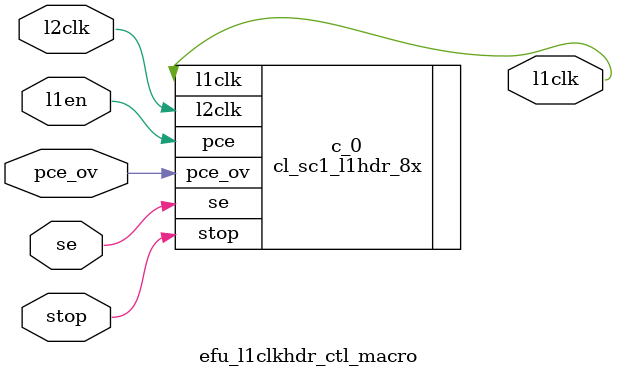
<source format=v>
module efu_l1clkhdr_ctl_macro (
  l2clk, 
  l1en, 
  pce_ov, 
  stop, 
  se, 
  l1clk);


  input l2clk;
  input l1en;
  input pce_ov;
  input stop;
  input se;
  output l1clk;



 

cl_sc1_l1hdr_8x c_0 (


   .l2clk(l2clk),
   .pce(l1en),
   .l1clk(l1clk),
  .se(se),
  .pce_ov(pce_ov),
  .stop(stop)
);



endmodule


</source>
